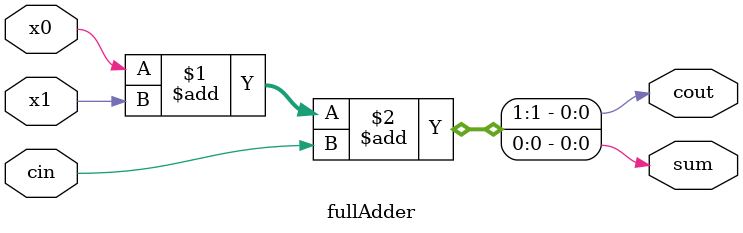
<source format=v>

module fullAdder (
    input x0,
    input x1,
    input cin,
    output sum,
    output cout


);
    // what will happen during timing analysis??
    // assign sum = x0 ^ x1 ^ cin;     // single level logic
    assign {cout, sum} = x0 + x1 + cin;      // 2 level logic

endmodule
</source>
